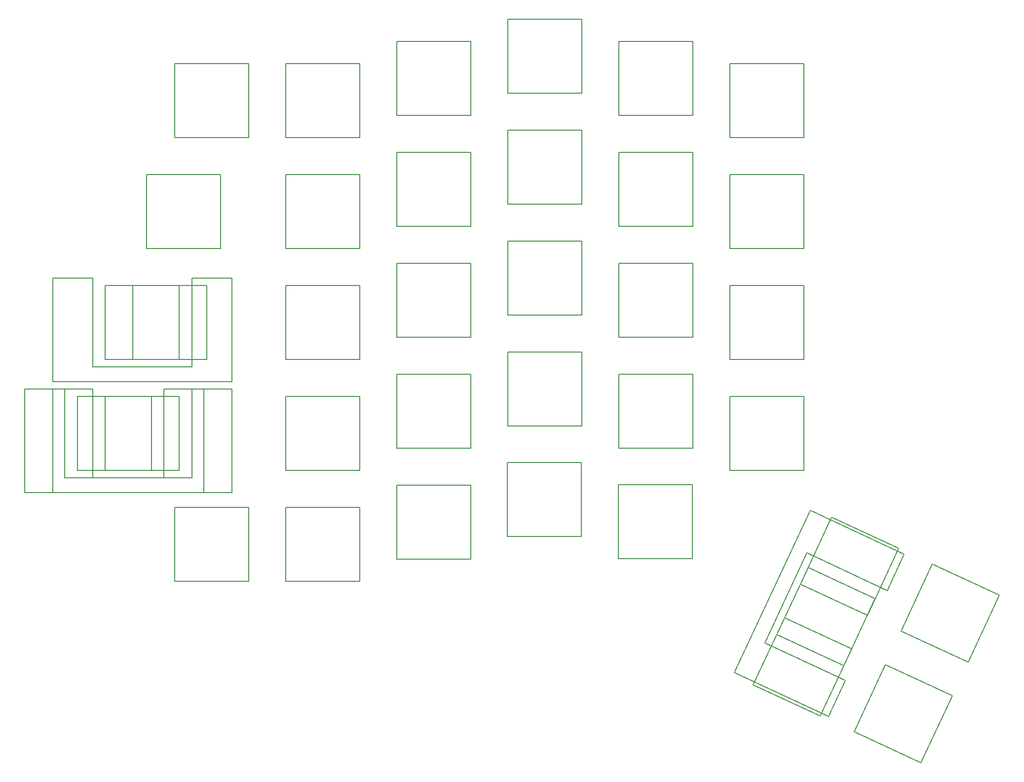
<source format=gbr>
G04 #@! TF.GenerationSoftware,KiCad,Pcbnew,(5.0.2)-1*
G04 #@! TF.CreationDate,2020-01-02T21:35:52+05:30*
G04 #@! TF.ProjectId,ergocape,6572676f-6361-4706-952e-6b696361645f,rev?*
G04 #@! TF.SameCoordinates,Original*
G04 #@! TF.FileFunction,Other,Comment*
%FSLAX46Y46*%
G04 Gerber Fmt 4.6, Leading zero omitted, Abs format (unit mm)*
G04 Created by KiCad (PCBNEW (5.0.2)-1) date 1/2/2020 9:35:52 PM*
%MOMM*%
%LPD*%
G01*
G04 APERTURE LIST*
%ADD10C,0.152400*%
G04 APERTURE END LIST*
D10*
G04 #@! TO.C,K_TH_1U_2*
X180677109Y-136569198D02*
X192187217Y-141936450D01*
X192187217Y-141936450D02*
X186819965Y-153446558D01*
X186819965Y-153446558D02*
X175309857Y-148079306D01*
X175309857Y-148079306D02*
X180677109Y-136569198D01*
G04 #@! TO.C,K_2*
X96837500Y-29527500D02*
X109537500Y-29527500D01*
X109537500Y-29527500D02*
X109537500Y-42227500D01*
X109537500Y-42227500D02*
X96837500Y-42227500D01*
X96837500Y-42227500D02*
X96837500Y-29527500D01*
G04 #@! TO.C,K_3*
X115887500Y-38417500D02*
X115887500Y-25717500D01*
X128587500Y-38417500D02*
X115887500Y-38417500D01*
X128587500Y-25717500D02*
X128587500Y-38417500D01*
X115887500Y-25717500D02*
X128587500Y-25717500D01*
G04 #@! TO.C,K_4*
X134937500Y-29527500D02*
X147637500Y-29527500D01*
X147637500Y-29527500D02*
X147637500Y-42227500D01*
X147637500Y-42227500D02*
X134937500Y-42227500D01*
X134937500Y-42227500D02*
X134937500Y-29527500D01*
G04 #@! TO.C,K_5*
X153987500Y-33337500D02*
X166687500Y-33337500D01*
X166687500Y-33337500D02*
X166687500Y-46037500D01*
X166687500Y-46037500D02*
X153987500Y-46037500D01*
X153987500Y-46037500D02*
X153987500Y-33337500D01*
G04 #@! TO.C,K_A1*
X77787500Y-71437500D02*
X90487500Y-71437500D01*
X90487500Y-71437500D02*
X90487500Y-84137500D01*
X90487500Y-84137500D02*
X77787500Y-84137500D01*
X77787500Y-84137500D02*
X77787500Y-71437500D01*
G04 #@! TO.C,K_ALT1*
X77787500Y-122237500D02*
X77787500Y-109537500D01*
X90487500Y-122237500D02*
X77787500Y-122237500D01*
X90487500Y-109537500D02*
X90487500Y-122237500D01*
X77787500Y-109537500D02*
X90487500Y-109537500D01*
G04 #@! TO.C,K_B1*
X153987500Y-103187500D02*
X153987500Y-90487500D01*
X166687500Y-103187500D02*
X153987500Y-103187500D01*
X166687500Y-90487500D02*
X166687500Y-103187500D01*
X153987500Y-90487500D02*
X166687500Y-90487500D01*
G04 #@! TO.C,K_BOT_1U_1*
X115824000Y-114554000D02*
X115824000Y-101854000D01*
X128524000Y-114554000D02*
X115824000Y-114554000D01*
X128524000Y-101854000D02*
X128524000Y-114554000D01*
X115824000Y-101854000D02*
X128524000Y-101854000D01*
G04 #@! TO.C,K_BOT_1U_2*
X134874000Y-118364000D02*
X134874000Y-105664000D01*
X147574000Y-118364000D02*
X134874000Y-118364000D01*
X147574000Y-105664000D02*
X147574000Y-118364000D01*
X134874000Y-105664000D02*
X147574000Y-105664000D01*
G04 #@! TO.C,K_C1*
X115887500Y-82867500D02*
X128587500Y-82867500D01*
X128587500Y-82867500D02*
X128587500Y-95567500D01*
X128587500Y-95567500D02*
X115887500Y-95567500D01*
X115887500Y-95567500D02*
X115887500Y-82867500D01*
G04 #@! TO.C,K_CAPS1*
X51593750Y-71437500D02*
X64293750Y-71437500D01*
X64293750Y-71437500D02*
X64293750Y-84137500D01*
X64293750Y-84137500D02*
X51593750Y-84137500D01*
X51593750Y-84137500D02*
X51593750Y-71437500D01*
G04 #@! TO.C,K_CTRL1*
X58737500Y-122237500D02*
X58737500Y-109537500D01*
X71437500Y-122237500D02*
X58737500Y-122237500D01*
X71437500Y-109537500D02*
X71437500Y-122237500D01*
X58737500Y-109537500D02*
X71437500Y-109537500D01*
G04 #@! TO.C,K_D1*
X115887500Y-63817500D02*
X128587500Y-63817500D01*
X128587500Y-63817500D02*
X128587500Y-76517500D01*
X128587500Y-76517500D02*
X115887500Y-76517500D01*
X115887500Y-76517500D02*
X115887500Y-63817500D01*
G04 #@! TO.C,K_E1*
X115887500Y-44767500D02*
X128587500Y-44767500D01*
X128587500Y-44767500D02*
X128587500Y-57467500D01*
X128587500Y-57467500D02*
X115887500Y-57467500D01*
X115887500Y-57467500D02*
X115887500Y-44767500D01*
G04 #@! TO.C,K_ENTER_rev_2.25u_1*
X37814250Y-87947500D02*
X37814250Y-70167500D01*
X68548250Y-87947500D02*
X37814250Y-87947500D01*
X68548250Y-70167500D02*
X68548250Y-87947500D01*
X61690250Y-70167500D02*
X68548250Y-70167500D01*
X61690250Y-85407500D02*
X61690250Y-70167500D01*
X44672250Y-85407500D02*
X61690250Y-85407500D01*
X44672250Y-70167500D02*
X44672250Y-85407500D01*
X37814250Y-70167500D02*
X44672250Y-70167500D01*
X59531250Y-84137500D02*
X59531250Y-71437500D01*
X46831250Y-84137500D02*
X59531250Y-84137500D01*
X46831250Y-71437500D02*
X46831250Y-84137500D01*
X59531250Y-71437500D02*
X46831250Y-71437500D01*
G04 #@! TO.C,K_ESC1*
X58737500Y-46037500D02*
X58737500Y-33337500D01*
X71437500Y-46037500D02*
X58737500Y-46037500D01*
X71437500Y-33337500D02*
X71437500Y-46037500D01*
X58737500Y-33337500D02*
X71437500Y-33337500D01*
G04 #@! TO.C,K_F1*
X134937500Y-80327500D02*
X134937500Y-67627500D01*
X147637500Y-80327500D02*
X134937500Y-80327500D01*
X147637500Y-67627500D02*
X147637500Y-80327500D01*
X134937500Y-67627500D02*
X147637500Y-67627500D01*
G04 #@! TO.C,K_G1*
X153987500Y-71437500D02*
X166687500Y-71437500D01*
X166687500Y-71437500D02*
X166687500Y-84137500D01*
X166687500Y-84137500D02*
X153987500Y-84137500D01*
X153987500Y-84137500D02*
X153987500Y-71437500D01*
G04 #@! TO.C,K_Q1*
X77787500Y-65087500D02*
X77787500Y-52387500D01*
X90487500Y-65087500D02*
X77787500Y-65087500D01*
X90487500Y-52387500D02*
X90487500Y-65087500D01*
X77787500Y-52387500D02*
X90487500Y-52387500D01*
G04 #@! TO.C,K_R1*
X134937500Y-61277500D02*
X134937500Y-48577500D01*
X147637500Y-61277500D02*
X134937500Y-61277500D01*
X147637500Y-48577500D02*
X147637500Y-61277500D01*
X134937500Y-48577500D02*
X147637500Y-48577500D01*
G04 #@! TO.C,K_S1*
X96837500Y-80327500D02*
X96837500Y-67627500D01*
X109537500Y-80327500D02*
X96837500Y-80327500D01*
X109537500Y-67627500D02*
X109537500Y-80327500D01*
X96837500Y-67627500D02*
X109537500Y-67627500D01*
G04 #@! TO.C,K_SHIFT1*
X46831250Y-90487500D02*
X59531250Y-90487500D01*
X59531250Y-90487500D02*
X59531250Y-103187500D01*
X59531250Y-103187500D02*
X46831250Y-103187500D01*
X46831250Y-103187500D02*
X46831250Y-90487500D01*
X68548250Y-89217500D02*
X61690250Y-89217500D01*
X61690250Y-89217500D02*
X61690250Y-104457500D01*
X61690250Y-104457500D02*
X44672250Y-104457500D01*
X44672250Y-104457500D02*
X44672250Y-89217500D01*
X44672250Y-89217500D02*
X37814250Y-89217500D01*
X37814250Y-89217500D02*
X37814250Y-106997500D01*
X37814250Y-106997500D02*
X68548250Y-106997500D01*
X68548250Y-106997500D02*
X68548250Y-89217500D01*
G04 #@! TO.C,K_SHIFT_REV_2.75_1*
X54768750Y-90487500D02*
X42068750Y-90487500D01*
X42068750Y-90487500D02*
X42068750Y-103187500D01*
X42068750Y-103187500D02*
X54768750Y-103187500D01*
X54768750Y-103187500D02*
X54768750Y-90487500D01*
X33051750Y-89217500D02*
X39909750Y-89217500D01*
X39909750Y-89217500D02*
X39909750Y-104457500D01*
X39909750Y-104457500D02*
X56927750Y-104457500D01*
X56927750Y-104457500D02*
X56927750Y-89217500D01*
X56927750Y-89217500D02*
X63785750Y-89217500D01*
X63785750Y-89217500D02*
X63785750Y-106997500D01*
X63785750Y-106997500D02*
X33051750Y-106997500D01*
X33051750Y-106997500D02*
X33051750Y-89217500D01*
G04 #@! TO.C,K_T1*
X153987500Y-52387500D02*
X166687500Y-52387500D01*
X166687500Y-52387500D02*
X166687500Y-65087500D01*
X166687500Y-65087500D02*
X153987500Y-65087500D01*
X153987500Y-65087500D02*
X153987500Y-52387500D01*
G04 #@! TO.C,K_TH_1U_1*
X188727988Y-119304035D02*
X200238096Y-124671287D01*
X200238096Y-124671287D02*
X194870844Y-136181395D01*
X194870844Y-136181395D02*
X183360736Y-130814143D01*
X183360736Y-130814143D02*
X188727988Y-119304035D01*
G04 #@! TO.C,K_V1*
X134937500Y-86677500D02*
X147637500Y-86677500D01*
X147637500Y-86677500D02*
X147637500Y-99377500D01*
X147637500Y-99377500D02*
X134937500Y-99377500D01*
X134937500Y-99377500D02*
X134937500Y-86677500D01*
G04 #@! TO.C,K_W1*
X96837500Y-48577500D02*
X109537500Y-48577500D01*
X109537500Y-48577500D02*
X109537500Y-61277500D01*
X109537500Y-61277500D02*
X96837500Y-61277500D01*
X96837500Y-61277500D02*
X96837500Y-48577500D01*
G04 #@! TO.C,K_WIN1*
X96837500Y-105727500D02*
X109537500Y-105727500D01*
X109537500Y-105727500D02*
X109537500Y-118427500D01*
X109537500Y-118427500D02*
X96837500Y-118427500D01*
X96837500Y-118427500D02*
X96837500Y-105727500D01*
G04 #@! TO.C,K_X1*
X96837500Y-99377500D02*
X96837500Y-86677500D01*
X109537500Y-99377500D02*
X96837500Y-99377500D01*
X109537500Y-86677500D02*
X109537500Y-99377500D01*
X96837500Y-86677500D02*
X109537500Y-86677500D01*
G04 #@! TO.C,K_Z1*
X77787500Y-103187500D02*
X77787500Y-90487500D01*
X90487500Y-103187500D02*
X77787500Y-103187500D01*
X90487500Y-90487500D02*
X90487500Y-103187500D01*
X77787500Y-90487500D02*
X90487500Y-90487500D01*
G04 #@! TO.C,K_1*
X77787500Y-33337500D02*
X90487500Y-33337500D01*
X90487500Y-33337500D02*
X90487500Y-46037500D01*
X90487500Y-46037500D02*
X77787500Y-46037500D01*
X77787500Y-46037500D02*
X77787500Y-33337500D01*
G04 #@! TO.C,K_TAB1*
X66675000Y-52387500D02*
X53975000Y-52387500D01*
X53975000Y-52387500D02*
X53975000Y-65087500D01*
X53975000Y-65087500D02*
X66675000Y-65087500D01*
X66675000Y-65087500D02*
X66675000Y-52387500D01*
G04 #@! TO.C,K_THUMB_1U_4*
X171450615Y-111241304D02*
X182960723Y-116608556D01*
X182960723Y-116608556D02*
X177593471Y-128118664D01*
X177593471Y-128118664D02*
X166083363Y-122751412D01*
X166083363Y-122751412D02*
X171450615Y-111241304D01*
G04 #@! TO.C,K_THUMB_1U_3*
X169542593Y-145383827D02*
X158032485Y-140016575D01*
X158032485Y-140016575D02*
X163399737Y-128506467D01*
X163399737Y-128506467D02*
X174909845Y-133873719D01*
X174909845Y-133873719D02*
X169542593Y-145383827D01*
G04 #@! TO.C,K_THUMB_2U1*
X178947493Y-125252992D02*
X173580241Y-136763100D01*
X173580241Y-136763100D02*
X162070133Y-131395848D01*
X162070133Y-131395848D02*
X167437385Y-119885740D01*
X167437385Y-119885740D02*
X178947493Y-125252992D01*
X170920504Y-145472003D02*
X173818820Y-139256544D01*
X173818820Y-139256544D02*
X160006689Y-132815842D01*
X160006689Y-132815842D02*
X167198806Y-117392296D01*
X167198806Y-117392296D02*
X181010937Y-123832998D01*
X181010937Y-123832998D02*
X183909253Y-117617539D01*
X183909253Y-117617539D02*
X167795101Y-110103387D01*
X167795101Y-110103387D02*
X154806351Y-137957850D01*
X154806351Y-137957850D02*
X170920504Y-145472003D01*
G04 #@! TD*
M02*

</source>
